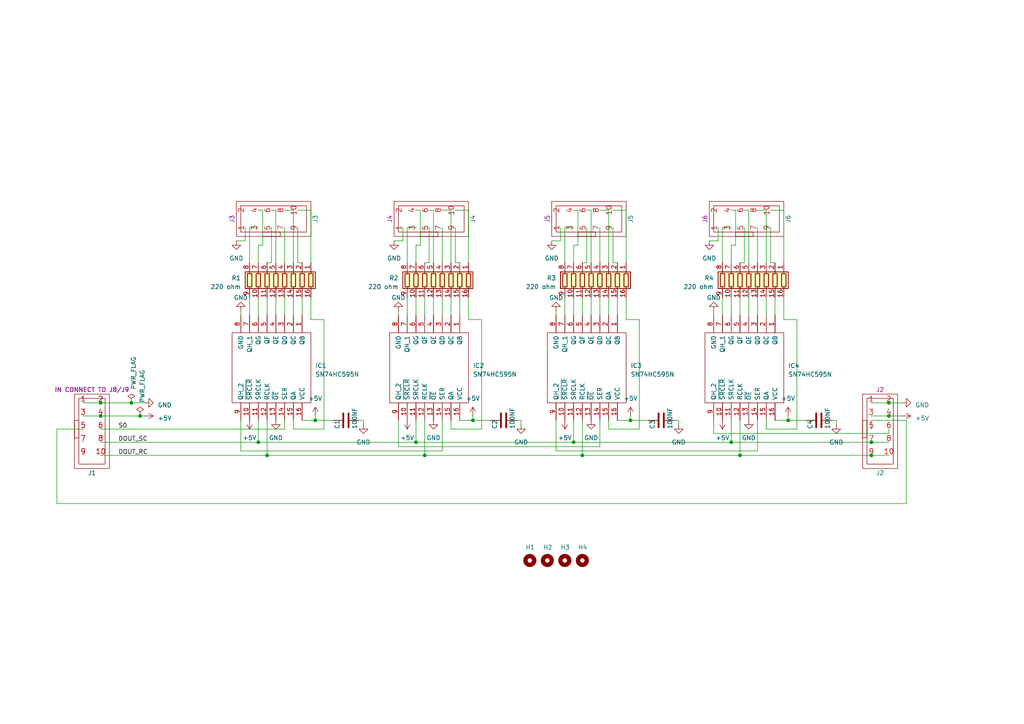
<source format=kicad_sch>
(kicad_sch (version 20230121) (generator eeschema)
  (paper "A4")
  (lib_symbols
    (symbol "Device:C" (pin_numbers hide) (pin_names (offset 0.254))
      (property "Reference" "C" (at 0.635 2.54 0))
      (property "Value" "C" (at 0.635 -2.54 0))
      (symbol "C_0_1"
        (polyline (pts (xy -2.032 -0.762) (xy 2.032 -0.762)) (stroke (width 0.508)))
        (polyline (pts (xy -2.032 0.762) (xy 2.032 0.762)) (stroke (width 0.508)))
      )
      (symbol "C_1_1"
        (pin passive line (at 0 3.81 270) (length 2.794) (name "~") (number "1"))
        (pin passive line (at 0 -3.81 90) (length 2.794) (name "~") (number "2"))
      )
    )
    (symbol "Device:R_Pack08" (pin_names (offset 0) hide)
      (property "Reference" "RN" (at -12.7 0 90))
      (property "Value" "R_Pack08" (at 10.16 0 90))
      (symbol "R_Pack08_0_1"
        (rectangle (start -11.43 -2.413) (end 8.89 2.413) (stroke (width 0.254)) (fill (type background)))
        (rectangle (start -10.795 1.905) (end -9.525 -1.905) (stroke (width 0.254)))
        (rectangle (start -8.255 1.905) (end -6.985 -1.905) (stroke (width 0.254)))
        (rectangle (start -5.715 1.905) (end -4.445 -1.905) (stroke (width 0.254)))
        (rectangle (start -3.175 1.905) (end -1.905 -1.905) (stroke (width 0.254)))
        (rectangle (start -0.635 1.905) (end 0.635 -1.905) (stroke (width 0.254)))
        (polyline (pts (xy -10.16 -2.54) (xy -10.16 -1.905)))
        (polyline (pts (xy -10.16 1.905) (xy -10.16 2.54)))
        (polyline (pts (xy -7.62 -2.54) (xy -7.62 -1.905)))
        (polyline (pts (xy -7.62 1.905) (xy -7.62 2.54)))
        (polyline (pts (xy -5.08 -2.54) (xy -5.08 -1.905)))
        (polyline (pts (xy -5.08 1.905) (xy -5.08 2.54)))
        (polyline (pts (xy -2.54 -2.54) (xy -2.54 -1.905)))
        (polyline (pts (xy -2.54 1.905) (xy -2.54 2.54)))
        (polyline (pts (xy 0 -2.54) (xy 0 -1.905)))
        (polyline (pts (xy 0 1.905) (xy 0 2.54)))
        (polyline (pts (xy 2.54 -2.54) (xy 2.54 -1.905)))
        (polyline (pts (xy 2.54 1.905) (xy 2.54 2.54)))
        (polyline (pts (xy 5.08 -2.54) (xy 5.08 -1.905)))
        (polyline (pts (xy 5.08 1.905) (xy 5.08 2.54)))
        (polyline (pts (xy 7.62 -2.54) (xy 7.62 -1.905)))
        (polyline (pts (xy 7.62 1.905) (xy 7.62 2.54)))
        (rectangle (start 1.905 1.905) (end 3.175 -1.905) (stroke (width 0.254)))
        (rectangle (start 4.445 1.905) (end 5.715 -1.905) (stroke (width 0.254)))
        (rectangle (start 6.985 1.905) (end 8.255 -1.905) (stroke (width 0.254)))
      )
      (symbol "R_Pack08_1_1"
        (pin passive line (at -10.16 -5.08 90) (length 2.54) (name "R1.1") (number "1"))
        (pin passive line (at 5.08 5.08 270) (length 2.54) (name "R7.2") (number "10"))
        (pin passive line (at 2.54 5.08 270) (length 2.54) (name "R6.2") (number "11"))
        (pin passive line (at 0 5.08 270) (length 2.54) (name "R5.2") (number "12"))
        (pin passive line (at -2.54 5.08 270) (length 2.54) (name "R4.2") (number "13"))
        (pin passive line (at -5.08 5.08 270) (length 2.54) (name "R3.2") (number "14"))
        (pin passive line (at -7.62 5.08 270) (length 2.54) (name "R2.2") (number "15"))
        (pin passive line (at -10.16 5.08 270) (length 2.54) (name "R1.2") (number "16"))
        (pin passive line (at -7.62 -5.08 90) (length 2.54) (name "R2.1") (number "2"))
        (pin passive line (at -5.08 -5.08 90) (length 2.54) (name "R3.1") (number "3"))
        (pin passive line (at -2.54 -5.08 90) (length 2.54) (name "R4.1") (number "4"))
        (pin passive line (at 0 -5.08 90) (length 2.54) (name "R5.1") (number "5"))
        (pin passive line (at 2.54 -5.08 90) (length 2.54) (name "R6.1") (number "6"))
        (pin passive line (at 5.08 -5.08 90) (length 2.54) (name "R7.1") (number "7"))
        (pin passive line (at 7.62 -5.08 90) (length 2.54) (name "R8.1") (number "8"))
        (pin passive line (at 7.62 5.08 270) (length 2.54) (name "R8.2") (number "9"))
      )
    )
    (symbol "IDC-Header_2x05_P2.54mm_Vertical_1"
      (property "Reference" "J?" (at -15.24 0 0))
      (property "Champ4" "IN" (at -12.7 0 0))
      (symbol "IDC-Header_2x05_P2.54mm_Vertical_1_0_1"
        (rectangle (start -5.08 11.43) (end 5.08 -10.16))
        (rectangle (start -3.81 10.16) (end 3.81 -8.89))
        (rectangle (start 3.81 -2.54) (end 5.08 2.54))
      )
      (symbol "IDC-Header_2x05_P2.54mm_Vertical_1_1_1"
        (pin passive line (at 2.54 -7.62 180) (length 0) (name "") (number "1"))
        (pin passive line (at -2.54 7.62 0) (length 0) (name "") (number "10"))
        (pin passive line (at -2.54 -7.62 0) (length 0) (name "") (number "2"))
        (pin passive line (at 2.54 -3.81 180) (length 0) (name "") (number "3"))
        (pin passive line (at -2.54 -3.81 0) (length 0) (name "") (number "4"))
        (pin passive line (at 2.54 0 180) (length 0) (name "") (number "5"))
        (pin passive line (at -2.54 0 0) (length 0) (name "") (number "6"))
        (pin passive line (at 2.54 3.81 180) (length 0) (name "") (number "7"))
        (pin passive line (at -2.54 3.81 0) (length 0) (name "") (number "8"))
        (pin passive line (at 2.54 7.62 180) (length 0) (name "") (number "9"))
      )
    )
    (symbol "Mechanical:MountingHole" (pin_names (offset 1.016))
      (property "Reference" "H" (at 0 5.08 0))
      (property "Value" "MountingHole" (at 0 3.175 0))
      (symbol "MountingHole_0_1"
        (circle (center 0 0) (radius 1.27) (stroke (width 1.27)))
      )
    )
    (symbol "SN74HC595N:SN74HC595N" (pin_names (offset 0.762))
      (property "Reference" "IC" (at 26.67 7.62 0))
      (property "Value" "SN74HC595N" (at 26.67 5.08 0))
      (symbol "SN74HC595N_0_0"
        (pin passive line (at 0 0 0) (length 5.08) (name "QB") (number "1"))
        (pin passive line (at 30.48 -15.24 180) (length 5.08) (name "~{SRCLR}") (number "10"))
        (pin input line (at 30.48 -12.7 180) (length 5.08) (name "SRCLK") (number "11"))
        (pin input line (at 30.48 -10.16 180) (length 5.08) (name "RCLK") (number "12"))
        (pin passive line (at 30.48 -7.62 180) (length 5.08) (name "~{OE}") (number "13"))
        (pin passive line (at 30.48 -5.08 180) (length 5.08) (name "SER") (number "14"))
        (pin passive line (at 30.48 -2.54 180) (length 5.08) (name "QA") (number "15"))
        (pin power_in line (at 30.48 0 180) (length 5.08) (name "VCC") (number "16"))
        (pin passive line (at 0 -2.54 0) (length 5.08) (name "QC") (number "2"))
        (pin passive line (at 0 -5.08 0) (length 5.08) (name "QD") (number "3"))
        (pin passive line (at 0 -7.62 0) (length 5.08) (name "QE") (number "4"))
        (pin passive line (at 0 -10.16 0) (length 5.08) (name "QF") (number "5"))
        (pin passive line (at 0 -12.7 0) (length 5.08) (name "QG") (number "6"))
        (pin passive line (at 0 -15.24 0) (length 5.08) (name "QH_1") (number "7"))
        (pin power_in line (at 0 -17.78 0) (length 5.08) (name "GND") (number "8"))
        (pin passive line (at 30.48 -17.78 180) (length 5.08) (name "QH_2") (number "9"))
      )
      (symbol "SN74HC595N_0_1"
        (polyline (pts (xy 5.08 2.54) (xy 25.4 2.54) (xy 25.4 -20.32) (xy 5.08 -20.32) (xy 5.08 2.54)) (stroke (width 0.1524)))
      )
    )
    (symbol "power:+5V" (power) (pin_names (offset 0))
      (property "Value" "+5V" (at 0 3.556 0))
      (symbol "+5V_0_1"
        (polyline (pts (xy -0.762 1.27) (xy 0 2.54)))
        (polyline (pts (xy 0 0) (xy 0 2.54)))
        (polyline (pts (xy 0 2.54) (xy 0.762 1.27)))
      )
      (symbol "+5V_1_1"
        (pin power_in line (at 0 0 90) (length 0) hide (name "+5V") (number "1"))
      )
    )
    (symbol "power:GND" (power) (pin_names (offset 0))
      (property "Value" "GND" (at 0 -3.81 0))
      (symbol "GND_0_1"
        (polyline (pts (xy 0 0) (xy 0 -1.27) (xy 1.27 -1.27) (xy 0 -2.54) (xy -1.27 -1.27) (xy 0 -1.27)))
      )
      (symbol "GND_1_1"
        (pin power_in line (at 0 0 270) (length 0) hide (name "GND") (number "1"))
      )
    )
    (symbol "power:PWR_FLAG" (power) (pin_numbers hide) (pin_names (offset 0) hide)
      (property "Value" "PWR_FLAG" (at 0 3.81 0))
      (symbol "PWR_FLAG_0_0"
        (pin power_out line (at 0 0 90) (length 0) (name "pwr") (number "1"))
      )
      (symbol "PWR_FLAG_0_1"
        (polyline (pts (xy 0 0) (xy 0 1.27) (xy -1.016 1.905) (xy 0 2.54) (xy 1.016 1.905) (xy 0 1.27)))
      )
    )
  )
  (junction (at 212.09 128.27))
  (junction (at 168.91 132.08))
  (junction (at 29.21 120.65))
  (junction (at 252.73 128.27))
  (junction (at 74.93 128.27))
  (junction (at 228.6 121.92))
  (junction (at 29.21 116.84))
  (junction (at 257.81 120.65))
  (junction (at 120.65 128.27))
  (junction (at 123.19 132.08))
  (junction (at 38.1 116.84))
  (junction (at 166.37 128.27))
  (junction (at 137.16 121.92))
  (junction (at 91.44 121.92))
  (junction (at 257.81 116.84))
  (junction (at 182.88 121.92))
  (junction (at 77.47 132.08))
  (junction (at 40.64 120.65))
  (junction (at 252.73 132.08))
  (junction (at 214.63 132.08))
  (wire (pts (xy 86.36 76.2) (xy 87.63 76.2)))
  (wire (pts (xy 222.25 60.96) (xy 219.71 60.96)))
  (wire (pts (xy 77.47 132.08) (xy 77.47 121.92)))
  (wire (pts (xy 74.93 71.12) (xy 76.2 71.12)))
  (wire (pts (xy 173.99 121.92) (xy 173.99 129.54)))
  (wire (pts (xy 224.79 121.92) (xy 228.6 121.92)))
  (wire (pts (xy 74.93 76.2) (xy 74.93 71.12)))
  (wire (pts (xy 130.81 76.2) (xy 130.81 60.96)))
  (wire (pts (xy 262.89 121.92) (xy 252.73 121.92)))
  (wire (pts (xy 219.71 66.04) (xy 219.71 76.2)))
  (wire (pts (xy 115.57 129.54) (xy 173.99 129.54)))
  (wire (pts (xy 80.01 60.96) (xy 78.74 60.96)))
  (wire (pts (xy 228.6 121.92) (xy 233.68 121.92)))
  (wire (pts (xy 242.57 121.92) (xy 242.57 123.19)))
  (wire (pts (xy 74.93 128.27) (xy 120.65 128.27)))
  (wire (pts (xy 74.93 86.36) (xy 74.93 91.44)))
  (wire (pts (xy 166.37 71.12) (xy 167.64 71.12)))
  (wire (pts (xy 123.19 132.08) (xy 168.91 132.08)))
  (wire (pts (xy 212.09 71.12) (xy 213.36 71.12)))
  (wire (pts (xy 163.83 66.04) (xy 166.37 66.04)))
  (wire (pts (xy 120.65 128.27) (xy 166.37 128.27)))
  (wire (pts (xy 223.52 66.04) (xy 223.52 76.2)))
  (wire (pts (xy 72.39 66.04) (xy 74.93 66.04)))
  (wire (pts (xy 74.93 128.27) (xy 74.93 121.92)))
  (wire (pts (xy 228.6 120.65) (xy 228.6 121.92)))
  (wire (pts (xy 163.83 86.36) (xy 163.83 91.44)))
  (wire (pts (xy 93.98 92.71) (xy 93.98 124.46)))
  (wire (pts (xy 40.64 120.65) (xy 41.91 120.65)))
  (wire (pts (xy 128.27 86.36) (xy 128.27 91.44)))
  (wire (pts (xy 76.2 60.96) (xy 74.93 60.96)))
  (wire (pts (xy 208.28 69.85) (xy 205.74 69.85)))
  (wire (pts (xy 24.13 124.46) (xy 16.51 124.46)))
  (wire (pts (xy 133.35 121.92) (xy 137.16 121.92)))
  (wire (pts (xy 209.55 76.2) (xy 209.55 66.04)))
  (wire (pts (xy 132.08 76.2) (xy 133.35 76.2)))
  (wire (pts (xy 167.64 60.96) (xy 166.37 60.96)))
  (wire (pts (xy 16.51 124.46) (xy 16.51 146.05)))
  (wire (pts (xy 115.57 121.92) (xy 115.57 129.54)))
  (wire (pts (xy 212.09 128.27) (xy 212.09 121.92)))
  (wire (pts (xy 252.73 121.92) (xy 252.73 124.46)))
  (wire (pts (xy 125.73 76.2) (xy 125.73 60.96)))
  (wire (pts (xy 128.27 66.04) (xy 128.27 76.2)))
  (wire (pts (xy 257.81 120.65) (xy 261.62 120.65)))
  (wire (pts (xy 137.16 121.92) (xy 142.24 121.92)))
  (wire (pts (xy 29.21 124.46) (xy 82.55 124.46)))
  (wire (pts (xy 223.52 76.2) (xy 224.79 76.2)))
  (wire (pts (xy 207.01 125.73) (xy 257.81 125.73)))
  (wire (pts (xy 90.17 86.36) (xy 90.17 92.71)))
  (wire (pts (xy 195.58 121.92) (xy 196.85 121.92)))
  (wire (pts (xy 181.61 86.36) (xy 181.61 92.71)))
  (wire (pts (xy 257.81 124.46) (xy 257.81 125.73)))
  (wire (pts (xy 213.36 71.12) (xy 213.36 60.96)))
  (wire (pts (xy 135.89 92.71) (xy 139.7 92.71)))
  (wire (pts (xy 133.35 86.36) (xy 133.35 91.44)))
  (wire (pts (xy 209.55 66.04) (xy 212.09 66.04)))
  (wire (pts (xy 130.81 60.96) (xy 128.27 60.96)))
  (wire (pts (xy 72.39 86.36) (xy 72.39 91.44)))
  (wire (pts (xy 85.09 60.96) (xy 82.55 60.96)))
  (wire (pts (xy 80.01 76.2) (xy 80.01 60.96)))
  (wire (pts (xy 212.09 76.2) (xy 212.09 71.12)))
  (wire (pts (xy 224.79 86.36) (xy 224.79 91.44)))
  (wire (pts (xy 90.17 60.96) (xy 90.17 76.2)))
  (wire (pts (xy 231.14 92.71) (xy 231.14 124.46)))
  (wire (pts (xy 182.88 121.92) (xy 187.96 121.92)))
  (wire (pts (xy 252.73 120.65) (xy 257.81 120.65)))
  (wire (pts (xy 217.17 86.36) (xy 217.17 91.44)))
  (wire (pts (xy 72.39 76.2) (xy 72.39 66.04)))
  (wire (pts (xy 212.09 128.27) (xy 252.73 128.27)))
  (wire (pts (xy 116.84 69.85) (xy 114.3 69.85)))
  (wire (pts (xy 214.63 132.08) (xy 214.63 121.92)))
  (wire (pts (xy 71.12 69.85) (xy 68.58 69.85)))
  (wire (pts (xy 209.55 86.36) (xy 209.55 91.44)))
  (wire (pts (xy 29.21 128.27) (xy 74.93 128.27)))
  (wire (pts (xy 77.47 132.08) (xy 123.19 132.08)))
  (wire (pts (xy 16.51 146.05) (xy 262.89 146.05)))
  (wire (pts (xy 24.13 120.65) (xy 29.21 120.65)))
  (wire (pts (xy 219.71 130.81) (xy 161.29 130.81)))
  (wire (pts (xy 121.92 60.96) (xy 120.65 60.96)))
  (wire (pts (xy 173.99 66.04) (xy 173.99 76.2)))
  (wire (pts (xy 176.53 76.2) (xy 176.53 60.96)))
  (wire (pts (xy 241.3 121.92) (xy 242.57 121.92)))
  (wire (pts (xy 161.29 121.92) (xy 161.29 130.81)))
  (wire (pts (xy 252.73 132.08) (xy 257.81 132.08)))
  (wire (pts (xy 128.27 121.92) (xy 128.27 130.81)))
  (wire (pts (xy 176.53 86.36) (xy 176.53 91.44)))
  (wire (pts (xy 166.37 76.2) (xy 166.37 71.12)))
  (wire (pts (xy 181.61 60.96) (xy 181.61 76.2)))
  (wire (pts (xy 123.19 132.08) (xy 123.19 121.92)))
  (wire (pts (xy 185.42 124.46) (xy 176.53 124.46)))
  (wire (pts (xy 168.91 132.08) (xy 214.63 132.08)))
  (wire (pts (xy 177.8 66.04) (xy 177.8 76.2)))
  (wire (pts (xy 166.37 128.27) (xy 166.37 121.92)))
  (wire (pts (xy 227.33 92.71) (xy 231.14 92.71)))
  (wire (pts (xy 78.74 66.04) (xy 78.74 76.2)))
  (wire (pts (xy 177.8 76.2) (xy 179.07 76.2)))
  (wire (pts (xy 227.33 60.96) (xy 227.33 76.2)))
  (wire (pts (xy 29.21 116.84) (xy 38.1 116.84)))
  (wire (pts (xy 91.44 120.65) (xy 91.44 121.92)))
  (wire (pts (xy 85.09 124.46) (xy 85.09 121.92)))
  (wire (pts (xy 120.65 86.36) (xy 120.65 91.44)))
  (wire (pts (xy 222.25 124.46) (xy 222.25 121.92)))
  (wire (pts (xy 120.65 71.12) (xy 121.92 71.12)))
  (wire (pts (xy 120.65 128.27) (xy 120.65 121.92)))
  (wire (pts (xy 215.9 66.04) (xy 215.9 76.2)))
  (wire (pts (xy 93.98 124.46) (xy 85.09 124.46)))
  (wire (pts (xy 252.73 116.84) (xy 257.81 116.84)))
  (wire (pts (xy 123.19 86.36) (xy 123.19 91.44)))
  (wire (pts (xy 90.17 92.71) (xy 93.98 92.71)))
  (wire (pts (xy 168.91 132.08) (xy 168.91 121.92)))
  (wire (pts (xy 179.07 121.92) (xy 182.88 121.92)))
  (wire (pts (xy 139.7 124.46) (xy 130.81 124.46)))
  (wire (pts (xy 82.55 66.04) (xy 82.55 76.2)))
  (wire (pts (xy 231.14 124.46) (xy 222.25 124.46)))
  (wire (pts (xy 163.83 76.2) (xy 163.83 66.04)))
  (wire (pts (xy 38.1 116.84) (xy 41.91 116.84)))
  (wire (pts (xy 104.14 121.92) (xy 105.41 121.92)))
  (wire (pts (xy 222.25 76.2) (xy 222.25 60.96)))
  (wire (pts (xy 179.07 86.36) (xy 179.07 91.44)))
  (wire (pts (xy 162.56 66.04) (xy 162.56 69.85)))
  (wire (pts (xy 24.13 116.84) (xy 29.21 116.84)))
  (wire (pts (xy 151.13 121.92) (xy 151.13 123.19)))
  (wire (pts (xy 161.29 90.17) (xy 161.29 91.44)))
  (wire (pts (xy 80.01 86.36) (xy 80.01 91.44)))
  (wire (pts (xy 121.92 71.12) (xy 121.92 60.96)))
  (wire (pts (xy 168.91 86.36) (xy 168.91 91.44)))
  (wire (pts (xy 222.25 86.36) (xy 222.25 91.44)))
  (wire (pts (xy 182.88 120.65) (xy 182.88 121.92)))
  (wire (pts (xy 171.45 60.96) (xy 170.18 60.96)))
  (wire (pts (xy 177.8 60.96) (xy 181.61 60.96)))
  (wire (pts (xy 223.52 60.96) (xy 227.33 60.96)))
  (wire (pts (xy 207.01 90.17) (xy 207.01 91.44)))
  (wire (pts (xy 86.36 66.04) (xy 86.36 76.2)))
  (wire (pts (xy 115.57 90.17) (xy 115.57 91.44)))
  (wire (pts (xy 208.28 66.04) (xy 208.28 69.85)))
  (wire (pts (xy 135.89 60.96) (xy 135.89 76.2)))
  (wire (pts (xy 120.65 76.2) (xy 120.65 71.12)))
  (wire (pts (xy 213.36 60.96) (xy 212.09 60.96)))
  (wire (pts (xy 176.53 60.96) (xy 173.99 60.96)))
  (wire (pts (xy 135.89 86.36) (xy 135.89 92.71)))
  (wire (pts (xy 207.01 121.92) (xy 207.01 125.73)))
  (wire (pts (xy 125.73 60.96) (xy 124.46 60.96)))
  (wire (pts (xy 128.27 130.81) (xy 69.85 130.81)))
  (wire (pts (xy 170.18 76.2) (xy 168.91 76.2)))
  (wire (pts (xy 166.37 128.27) (xy 212.09 128.27)))
  (wire (pts (xy 125.73 86.36) (xy 125.73 91.44)))
  (wire (pts (xy 87.63 121.92) (xy 91.44 121.92)))
  (wire (pts (xy 219.71 86.36) (xy 219.71 91.44)))
  (wire (pts (xy 196.85 121.92) (xy 196.85 123.19)))
  (wire (pts (xy 91.44 121.92) (xy 96.52 121.92)))
  (wire (pts (xy 118.11 86.36) (xy 118.11 91.44)))
  (wire (pts (xy 162.56 69.85) (xy 160.02 69.85)))
  (wire (pts (xy 76.2 71.12) (xy 76.2 60.96)))
  (wire (pts (xy 130.81 86.36) (xy 130.81 91.44)))
  (wire (pts (xy 217.17 60.96) (xy 215.9 60.96)))
  (wire (pts (xy 82.55 86.36) (xy 82.55 91.44)))
  (wire (pts (xy 124.46 76.2) (xy 123.19 76.2)))
  (wire (pts (xy 214.63 86.36) (xy 214.63 91.44)))
  (wire (pts (xy 85.09 86.36) (xy 85.09 91.44)))
  (wire (pts (xy 132.08 60.96) (xy 135.89 60.96)))
  (wire (pts (xy 69.85 121.92) (xy 69.85 130.81)))
  (wire (pts (xy 171.45 86.36) (xy 171.45 91.44)))
  (wire (pts (xy 105.41 121.92) (xy 105.41 123.19)))
  (wire (pts (xy 124.46 66.04) (xy 124.46 76.2)))
  (wire (pts (xy 130.81 124.46) (xy 130.81 121.92)))
  (wire (pts (xy 217.17 76.2) (xy 217.17 60.96)))
  (wire (pts (xy 215.9 76.2) (xy 214.63 76.2)))
  (wire (pts (xy 116.84 66.04) (xy 116.84 69.85)))
  (wire (pts (xy 149.86 121.92) (xy 151.13 121.92)))
  (wire (pts (xy 167.64 71.12) (xy 167.64 60.96)))
  (wire (pts (xy 118.11 76.2) (xy 118.11 66.04)))
  (wire (pts (xy 227.33 86.36) (xy 227.33 92.71)))
  (wire (pts (xy 170.18 66.04) (xy 170.18 76.2)))
  (wire (pts (xy 78.74 76.2) (xy 77.47 76.2)))
  (wire (pts (xy 87.63 86.36) (xy 87.63 91.44)))
  (wire (pts (xy 132.08 66.04) (xy 132.08 76.2)))
  (wire (pts (xy 29.21 120.65) (xy 40.64 120.65)))
  (wire (pts (xy 252.73 128.27) (xy 257.81 128.27)))
  (wire (pts (xy 173.99 86.36) (xy 173.99 91.44)))
  (wire (pts (xy 171.45 76.2) (xy 171.45 60.96)))
  (wire (pts (xy 257.81 116.84) (xy 261.62 116.84)))
  (wire (pts (xy 219.71 121.92) (xy 219.71 130.81)))
  (wire (pts (xy 139.7 92.71) (xy 139.7 124.46)))
  (wire (pts (xy 262.89 146.05) (xy 262.89 121.92)))
  (wire (pts (xy 137.16 120.65) (xy 137.16 121.92)))
  (wire (pts (xy 118.11 66.04) (xy 120.65 66.04)))
  (wire (pts (xy 82.55 124.46) (xy 82.55 121.92)))
  (wire (pts (xy 77.47 86.36) (xy 77.47 91.44)))
  (wire (pts (xy 212.09 86.36) (xy 212.09 91.44)))
  (wire (pts (xy 166.37 86.36) (xy 166.37 91.44)))
  (wire (pts (xy 86.36 60.96) (xy 90.17 60.96)))
  (wire (pts (xy 85.09 76.2) (xy 85.09 60.96)))
  (wire (pts (xy 214.63 132.08) (xy 252.73 132.08)))
  (wire (pts (xy 185.42 92.71) (xy 185.42 124.46)))
  (wire (pts (xy 71.12 66.04) (xy 71.12 69.85)))
  (wire (pts (xy 29.21 132.08) (xy 77.47 132.08)))
  (wire (pts (xy 176.53 124.46) (xy 176.53 121.92)))
  (wire (pts (xy 69.85 90.17) (xy 69.85 91.44)))
  (wire (pts (xy 181.61 92.71) (xy 185.42 92.71)))
  (label "S0" (at 34.29 124.46 0))
  (label "DOUT_RC" (at 34.29 132.08 0))
  (label "DOUT_SC" (at 34.29 128.27 0))
  (symbol (lib_id "power:GND") (at 205.74 69.85 0) (unit 1)
    (property "Reference" "#PWR018" (effects hide))
    (property "Value" "GND" (at 205.74 74.93 0))
  )
  (symbol (lib_id "power:+5V") (at 163.83 121.92 180) (unit 1)
    (property "Reference" "#PWR023" (effects hide))
    (property "Value" "+5V" (at 163.83 127 0))
  )
  (symbol (lib_name "IDC-Header_2x05_P2.54mm_Vertical_1") (lib_id "ksir_2023:IDC-Header_2x05_P2.54mm_Vertical") (at 26.67 124.46 180) (unit 1)
    (property "Reference" "J1" (at 26.67 137.16 0))
    (property "Value" "sin_in" (effects hide))
    (property "Footprint" "lib 2022 ksir:IDC-Header_2x05_P2.54mm_Vertical_ksr_TO_J8_J9" (effects hide))
    (property "Champ4" "IN CONNECT TO J8/J9" (at 26.67 113.03 0))
  )
  (symbol (lib_id "Mechanical:MountingHole") (at 163.83 162.56 0) (unit 1)
    (property "Reference" "H3" (at 162.56 158.75 0) (effects (justify left)))
    (property "Value" "MountingHole" (effects hide))
    (property "Footprint" "MountingHole:MountingHole_3.2mm_M3" (effects hide))
  )
  (symbol (lib_id "Device:R_Pack08") (at 125.73 81.28 180) (unit 1)
    (property "Reference" "R2" (at 115.57 80.645 0) (effects (justify left)))
    (property "Value" "220 ohm" (at 115.57 83.185 0) (effects (justify left)))
    (property "Footprint" "ksir 2022:DIP-16_W7.62mm_LongPads" (effects hide))
  )
  (symbol (lib_id "SN74HC595N:SN74HC595N") (at 224.79 91.44 270) (unit 1)
    (property "Reference" "IC4" (at 228.6 106.045 90) (effects (justify left)))
    (property "Value" "SN74HC595N" (at 228.6 108.585 90) (effects (justify left)))
    (property "Footprint" "ksir 2022:DIP-16_74h595" (effects hide))
    (property "Datasheet" "http://www.ti.com/lit/ds/symlink/sn74hc595.pdf" (effects hide))
    (property "Description" "8-Bit Shift Registers With 3-State Output Registers" (effects hide))
    (property "Height" "5.08" (effects hide))
    (property "Mouser Part Number" "595-SN74HC595N" (effects hide))
    (property "Mouser Price/Stock" "https://www.mouser.co.uk/ProductDetail/Texas-Instruments/SN74HC595N?qs=IEl3ej0IqwBTHkYa8XPoMQ%3D%3D" (effects hide))
    (property "Manufacturer_Name" "Texas Instruments" (effects hide))
    (property "Manufacturer_Part_Number" "SN74HC595N" (effects hide))
  )
  (symbol (lib_id "power:PWR_FLAG") (at 38.1 116.84 0) (unit 1)
    (property "Reference" "#FLG03" (effects hide))
    (property "Value" "PWR_FLAG" (at 38.735 113.03 90) (effects (justify left)))
  )
  (symbol (lib_id "Device:C") (at 237.49 121.92 270) (unit 1)
    (property "Reference" "C4" (at 234.95 124.46 0) (effects (justify right)))
    (property "Value" "100NF" (at 240.03 124.46 0) (effects (justify right)))
    (property "Footprint" "Capacitor_THT:C_Disc_D3.8mm_W2.6mm_P2.50mm" (effects hide))
  )
  (symbol (lib_id "power:GND") (at 242.57 123.19 0) (unit 1)
    (property "Reference" "#PWR028" (effects hide))
    (property "Value" "GND" (at 242.57 128.27 0))
  )
  (symbol (lib_id "Device:C") (at 100.33 121.92 270) (unit 1)
    (property "Reference" "C1" (at 97.79 124.46 0) (effects (justify right)))
    (property "Value" "100NF" (at 102.87 124.46 0) (effects (justify right)))
    (property "Footprint" "Capacitor_THT:C_Disc_D3.8mm_W2.6mm_P2.50mm" (effects hide))
  )
  (symbol (lib_id "power:GND") (at 161.29 90.17 180) (unit 1)
    (property "Reference" "#PWR019" (effects hide))
    (property "Value" "GND" (at 161.29 86.36 0))
  )
  (symbol (lib_id "power:GND") (at 69.85 90.17 180) (unit 1)
    (property "Reference" "#PWR09" (effects hide))
    (property "Value" "GND" (at 69.85 86.36 0))
  )
  (symbol (lib_id "Device:R_Pack08") (at 171.45 81.28 180) (unit 1)
    (property "Reference" "R3" (at 161.29 80.645 0) (effects (justify left)))
    (property "Value" "220 ohm" (at 161.29 83.185 0) (effects (justify left)))
    (property "Footprint" "ksir 2022:DIP-16_W7.62mm_LongPads" (effects hide))
  )
  (symbol (lib_id "power:GND") (at 114.3 69.85 0) (unit 1)
    (property "Reference" "#PWR011" (effects hide))
    (property "Value" "GND" (at 114.3 74.93 0))
  )
  (symbol (lib_name "IDC-Header_2x05_P2.54mm_Vertical_1") (lib_id "ksir_2023:IDC-Header_2x05_P2.54mm_Vertical") (at 124.46 63.5 270) (unit 1)
    (property "Reference" "J4" (at 137.16 63.5 0))
    (property "Value" "sin_in" (effects hide))
    (property "Footprint" "Connector_IDC:IDC-Header_2x05_P2.54mm_Vertical" (effects hide))
    (property "Champ4" "J4" (at 113.03 63.5 0))
  )
  (symbol (lib_id "power:+5V") (at 209.55 121.92 180) (unit 1)
    (property "Reference" "#PWR025" (effects hide))
    (property "Value" "+5V" (at 209.55 127 0))
  )
  (symbol (lib_id "power:GND") (at 125.73 121.92 0) (unit 1)
    (property "Reference" "#PWR015" (effects hide))
    (property "Value" "GND" (at 125.73 127 0))
  )
  (symbol (lib_id "power:GND") (at 160.02 69.85 0) (unit 1)
    (property "Reference" "#PWR017" (effects hide))
    (property "Value" "GND" (at 160.02 74.93 0))
  )
  (symbol (lib_id "power:GND") (at 105.41 123.19 0) (unit 1)
    (property "Reference" "#PWR08" (effects hide))
    (property "Value" "GND" (at 105.41 128.27 0))
  )
  (symbol (lib_id "power:GND") (at 68.58 69.85 0) (unit 1)
    (property "Reference" "#PWR010" (effects hide))
    (property "Value" "GND" (at 68.58 74.93 0))
  )
  (symbol (lib_id "Mechanical:MountingHole") (at 158.75 162.56 0) (unit 1)
    (property "Reference" "H2" (at 157.48 158.75 0) (effects (justify left)))
    (property "Value" "MountingHole" (effects hide))
    (property "Footprint" "MountingHole:MountingHole_3.2mm_M3" (effects hide))
  )
  (symbol (lib_id "power:GND") (at 207.01 90.17 180) (unit 1)
    (property "Reference" "#PWR020" (effects hide))
    (property "Value" "GND" (at 207.01 86.36 0))
  )
  (symbol (lib_id "power:+5V") (at 91.44 120.65 0) (unit 1)
    (property "Reference" "#PWR07" (effects hide))
    (property "Value" "+5V" (at 91.44 115.57 0))
  )
  (symbol (lib_id "SN74HC595N:SN74HC595N") (at 179.07 91.44 270) (unit 1)
    (property "Reference" "IC3" (at 182.88 106.045 90) (effects (justify left)))
    (property "Value" "SN74HC595N" (at 182.88 108.585 90) (effects (justify left)))
    (property "Footprint" "ksir 2022:DIP-16_74h595" (effects hide))
    (property "Datasheet" "http://www.ti.com/lit/ds/symlink/sn74hc595.pdf" (effects hide))
    (property "Description" "8-Bit Shift Registers With 3-State Output Registers" (effects hide))
    (property "Height" "5.08" (effects hide))
    (property "Mouser Part Number" "595-SN74HC595N" (effects hide))
    (property "Mouser Price/Stock" "https://www.mouser.co.uk/ProductDetail/Texas-Instruments/SN74HC595N?qs=IEl3ej0IqwBTHkYa8XPoMQ%3D%3D" (effects hide))
    (property "Manufacturer_Name" "Texas Instruments" (effects hide))
    (property "Manufacturer_Part_Number" "SN74HC595N" (effects hide))
  )
  (symbol (lib_id "Mechanical:MountingHole") (at 168.91 162.56 0) (unit 1)
    (property "Reference" "H4" (at 167.64 158.75 0) (effects (justify left)))
    (property "Value" "MountingHole" (effects hide))
    (property "Footprint" "MountingHole:MountingHole_3.2mm_M3" (effects hide))
  )
  (symbol (lib_id "power:+5V") (at 261.62 120.65 270) (unit 1)
    (property "Reference" "#PWR030" (effects hide))
    (property "Value" "+5V" (at 265.43 121.285 90) (effects (justify left)))
  )
  (symbol (lib_id "power:GND") (at 115.57 90.17 180) (unit 1)
    (property "Reference" "#PWR012" (effects hide))
    (property "Value" "GND" (at 115.57 86.36 0))
  )
  (symbol (lib_id "power:+5V") (at 137.16 120.65 0) (unit 1)
    (property "Reference" "#PWR013" (effects hide))
    (property "Value" "+5V" (at 137.16 115.57 0))
  )
  (symbol (lib_id "power:+5V") (at 41.91 120.65 270) (unit 1)
    (property "Reference" "#PWR04" (effects hide))
    (property "Value" "+5V" (at 45.72 121.285 90) (effects (justify left)))
  )
  (symbol (lib_name "IDC-Header_2x05_P2.54mm_Vertical_1") (lib_id "ksir_2023:IDC-Header_2x05_P2.54mm_Vertical") (at 78.74 63.5 270) (unit 1)
    (property "Reference" "J3" (at 91.44 63.5 0))
    (property "Value" "sin_in" (effects hide))
    (property "Footprint" "Connector_IDC:IDC-Header_2x05_P2.54mm_Vertical" (effects hide))
    (property "Champ4" "J3" (at 67.31 63.5 0))
  )
  (symbol (lib_id "power:+5V") (at 118.11 121.92 180) (unit 1)
    (property "Reference" "#PWR014" (effects hide))
    (property "Value" "+5V" (at 118.11 127 0))
  )
  (symbol (lib_id "power:PWR_FLAG") (at 40.64 120.65 0) (unit 1)
    (property "Reference" "#FLG04" (effects hide))
    (property "Value" "PWR_FLAG" (at 41.275 116.84 90) (effects (justify left)))
  )
  (symbol (lib_name "IDC-Header_2x05_P2.54mm_Vertical_1") (lib_id "ksir_2023:IDC-Header_2x05_P2.54mm_Vertical") (at 255.27 124.46 180) (unit 1)
    (property "Reference" "J2" (at 255.27 137.16 0))
    (property "Value" "sin_in" (effects hide))
    (property "Footprint" "lib 2022 ksir:IDC-Header_2x05_P2.54mm_Vertical_ksr_TO_J8_J9" (effects hide))
    (property "Champ4" "J2" (at 255.27 113.03 0))
  )
  (symbol (lib_id "power:GND") (at 196.85 123.19 0) (unit 1)
    (property "Reference" "#PWR027" (effects hide))
    (property "Value" "GND" (at 196.85 128.27 0))
  )
  (symbol (lib_id "Device:R_Pack08") (at 80.01 81.28 180) (unit 1)
    (property "Reference" "R1" (at 69.85 80.645 0) (effects (justify left)))
    (property "Value" "220 ohm" (at 69.85 83.185 0) (effects (justify left)))
    (property "Footprint" "ksir 2022:DIP-16_R220_network" (effects hide))
  )
  (symbol (lib_id "Device:C") (at 191.77 121.92 270) (unit 1)
    (property "Reference" "C3" (at 189.23 124.46 0) (effects (justify right)))
    (property "Value" "100NF" (at 194.31 124.46 0) (effects (justify right)))
    (property "Footprint" "Capacitor_THT:C_Disc_D3.8mm_W2.6mm_P2.50mm" (effects hide))
  )
  (symbol (lib_id "power:+5V") (at 72.39 121.92 180) (unit 1)
    (property "Reference" "#PWR05" (effects hide))
    (property "Value" "+5V" (at 72.39 127 0))
  )
  (symbol (lib_id "power:+5V") (at 228.6 120.65 0) (unit 1)
    (property "Reference" "#PWR022" (effects hide))
    (property "Value" "+5V" (at 228.6 115.57 0))
  )
  (symbol (lib_name "IDC-Header_2x05_P2.54mm_Vertical_1") (lib_id "ksir_2023:IDC-Header_2x05_P2.54mm_Vertical") (at 215.9 63.5 270) (unit 1)
    (property "Reference" "J6" (at 228.6 63.5 0))
    (property "Value" "sin_in" (effects hide))
    (property "Footprint" "Connector_IDC:IDC-Header_2x05_P2.54mm_Vertical" (effects hide))
    (property "Champ4" "J6" (at 204.47 63.5 0))
  )
  (symbol (lib_id "Device:R_Pack08") (at 217.17 81.28 180) (unit 1)
    (property "Reference" "R4" (at 207.01 80.645 0) (effects (justify left)))
    (property "Value" "220 ohm" (at 207.01 83.185 0) (effects (justify left)))
    (property "Footprint" "ksir 2022:DIP-16_W7.62mm_LongPads" (effects hide))
  )
  (symbol (lib_id "power:+5V") (at 182.88 120.65 0) (unit 1)
    (property "Reference" "#PWR021" (effects hide))
    (property "Value" "+5V" (at 182.88 115.57 0))
  )
  (symbol (lib_id "power:GND") (at 217.17 121.92 0) (unit 1)
    (property "Reference" "#PWR026" (effects hide))
    (property "Value" "GND" (at 217.17 127 0))
  )
  (symbol (lib_id "Device:C") (at 146.05 121.92 270) (unit 1)
    (property "Reference" "C2" (at 143.51 124.46 0) (effects (justify right)))
    (property "Value" "100NF" (at 148.59 124.46 0) (effects (justify right)))
    (property "Footprint" "Capacitor_THT:C_Disc_D3.8mm_W2.6mm_P2.50mm" (effects hide))
  )
  (symbol (lib_id "Mechanical:MountingHole") (at 153.67 162.56 0) (unit 1)
    (property "Reference" "H1" (at 152.4 158.75 0) (effects (justify left)))
    (property "Value" "MountingHole" (effects hide))
    (property "Footprint" "MountingHole:MountingHole_3.2mm_M3" (effects hide))
  )
  (symbol (lib_id "power:GND") (at 151.13 123.19 0) (unit 1)
    (property "Reference" "#PWR016" (effects hide))
    (property "Value" "GND" (at 151.13 128.27 0))
  )
  (symbol (lib_id "power:GND") (at 261.62 116.84 90) (unit 1)
    (property "Reference" "#PWR029" (effects hide))
    (property "Value" "GND" (at 265.43 117.475 90) (effects (justify right)))
  )
  (symbol (lib_id "SN74HC595N:SN74HC595N") (at 87.63 91.44 270) (unit 1)
    (property "Reference" "IC1" (at 91.44 106.045 90) (effects (justify left)))
    (property "Value" "SN74HC595N" (at 91.44 108.585 90) (effects (justify left)))
    (property "Footprint" "ksir 2022:DIP-16_74h595" (effects hide))
    (property "Datasheet" "http://www.ti.com/lit/ds/symlink/sn74hc595.pdf" (effects hide))
    (property "Description" "8-Bit Shift Registers With 3-State Output Registers" (effects hide))
    (property "Height" "5.08" (effects hide))
    (property "Mouser Part Number" "595-SN74HC595N" (effects hide))
    (property "Mouser Price/Stock" "https://www.mouser.co.uk/ProductDetail/Texas-Instruments/SN74HC595N?qs=IEl3ej0IqwBTHkYa8XPoMQ%3D%3D" (effects hide))
    (property "Manufacturer_Name" "Texas Instruments" (effects hide))
    (property "Manufacturer_Part_Number" "SN74HC595N" (effects hide))
  )
  (symbol (lib_id "power:GND") (at 41.91 116.84 90) (unit 1)
    (property "Reference" "#PWR03" (effects hide))
    (property "Value" "GND" (at 45.72 117.475 90) (effects (justify right)))
  )
  (symbol (lib_name "IDC-Header_2x05_P2.54mm_Vertical_1") (lib_id "ksir_2023:IDC-Header_2x05_P2.54mm_Vertical") (at 170.18 63.5 270) (unit 1)
    (property "Reference" "J5" (at 182.88 63.5 0))
    (property "Value" "sin_in" (effects hide))
    (property "Footprint" "Connector_IDC:IDC-Header_2x05_P2.54mm_Vertical" (effects hide))
    (property "Champ4" "J5" (at 158.75 63.5 0))
  )
  (symbol (lib_id "power:GND") (at 171.45 121.92 0) (unit 1)
    (property "Reference" "#PWR024" (effects hide))
    (property "Value" "GND" (at 171.45 127 0))
  )
  (symbol (lib_id "SN74HC595N:SN74HC595N") (at 133.35 91.44 270) (unit 1)
    (property "Reference" "IC2" (at 137.16 106.045 90) (effects (justify left)))
    (property "Value" "SN74HC595N" (at 137.16 108.585 90) (effects (justify left)))
    (property "Footprint" "ksir 2022:DIP-16_74h595" (effects hide))
    (property "Datasheet" "http://www.ti.com/lit/ds/symlink/sn74hc595.pdf" (effects hide))
    (property "Description" "8-Bit Shift Registers With 3-State Output Registers" (effects hide))
    (property "Height" "5.08" (effects hide))
    (property "Mouser Part Number" "595-SN74HC595N" (effects hide))
    (property "Mouser Price/Stock" "https://www.mouser.co.uk/ProductDetail/Texas-Instruments/SN74HC595N?qs=IEl3ej0IqwBTHkYa8XPoMQ%3D%3D" (effects hide))
    (property "Manufacturer_Name" "Texas Instruments" (effects hide))
    (property "Manufacturer_Part_Number" "SN74HC595N" (effects hide))
  )
  (symbol (lib_id "power:GND") (at 80.01 121.92 0) (unit 1)
    (property "Reference" "#PWR06" (effects hide))
    (property "Value" "GND" (at 80.01 127 0))
  )
)
</source>
